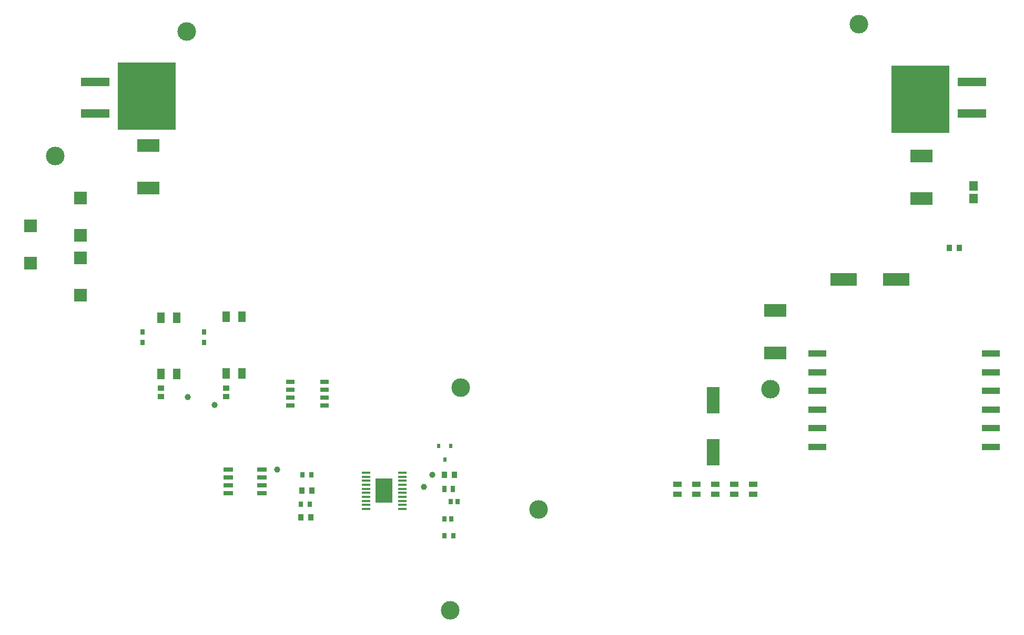
<source format=gbr>
%TF.GenerationSoftware,Altium Limited,Altium Designer,23.6.0 (18)*%
G04 Layer_Color=8421504*
%FSLAX45Y45*%
%MOMM*%
%TF.SameCoordinates,CA757A27-890D-4031-9470-5F8B39CF6935*%
%TF.FilePolarity,Positive*%
%TF.FileFunction,Paste,Top*%
%TF.Part,Single*%
G01*
G75*
%TA.AperFunction,SMDPad,CuDef*%
%ADD10R,2.95000X1.00000*%
%ADD11R,1.45000X0.65000*%
%ADD12R,1.05000X0.90000*%
%ADD13R,4.60000X1.35000*%
%ADD14R,9.40000X10.80000*%
%ADD15R,0.90000X1.00000*%
%ADD16C,1.00000*%
%ADD17C,3.00000*%
%ADD18R,4.25000X2.10000*%
%ADD19R,1.29540X1.65100*%
%ADD20R,1.45000X0.45000*%
%ADD21R,2.74000X3.86000*%
%ADD22R,3.55600X2.03200*%
%ADD23R,1.47000X0.97000*%
%ADD24R,0.60000X0.75000*%
%ADD25R,0.65000X0.90000*%
%ADD26R,0.80000X0.90000*%
%ADD27R,2.00000X2.00000*%
%ADD28R,1.52500X0.65000*%
%ADD29R,1.45000X1.50000*%
%ADD30R,0.78000X0.98000*%
%ADD31R,2.05000X4.30000*%
D10*
X17475697Y5969701D02*
D03*
Y5669702D02*
D03*
Y5369702D02*
D03*
Y5069698D02*
D03*
Y4769698D02*
D03*
Y4469699D02*
D03*
X14680702D02*
D03*
Y4769698D02*
D03*
Y5069698D02*
D03*
Y5369702D02*
D03*
Y5669702D02*
D03*
Y5969701D02*
D03*
D11*
X6754500Y5511800D02*
D03*
Y5384800D02*
D03*
Y5257800D02*
D03*
Y5130800D02*
D03*
X6199500D02*
D03*
Y5257800D02*
D03*
Y5384800D02*
D03*
Y5511800D02*
D03*
D12*
X4114800Y5414201D02*
D03*
Y5279200D02*
D03*
X5168900Y5414196D02*
D03*
Y5279200D02*
D03*
D13*
X17169901Y9842500D02*
D03*
Y10350500D02*
D03*
X3061200Y9842500D02*
D03*
Y10350500D02*
D03*
D14*
X16344901Y10071100D02*
D03*
X3886200Y10121900D02*
D03*
D15*
X16967200Y7670800D02*
D03*
X16807201D02*
D03*
X8683000Y4013200D02*
D03*
X8843000D02*
D03*
X6384300Y3759200D02*
D03*
X6544300D02*
D03*
X6367800Y3327400D02*
D03*
X6527800D02*
D03*
D16*
X4980000Y5140000D02*
D03*
X4550000Y5270000D02*
D03*
X8484050Y4020650D02*
D03*
X8354050Y3820650D02*
D03*
X5990000Y4100000D02*
D03*
D17*
X8775700Y1828800D02*
D03*
X8940000Y5420000D02*
D03*
X4530000Y11160000D02*
D03*
X13930000Y5400000D02*
D03*
X15350000Y11280000D02*
D03*
X10198100Y3454400D02*
D03*
X2413000Y9156700D02*
D03*
D18*
X15951199Y7162800D02*
D03*
X15111200D02*
D03*
D19*
X5168900Y6564630D02*
D03*
X5422900D02*
D03*
Y5652770D02*
D03*
X5168900D02*
D03*
X4114800Y5640070D02*
D03*
X4368800D02*
D03*
Y6551930D02*
D03*
X4114800D02*
D03*
D20*
X8001401Y3466699D02*
D03*
Y3531702D02*
D03*
Y3596701D02*
D03*
Y3661700D02*
D03*
Y3726698D02*
D03*
Y3791702D02*
D03*
Y3856700D02*
D03*
Y3921699D02*
D03*
Y3986698D02*
D03*
Y4051701D02*
D03*
X7416399D02*
D03*
Y3986698D02*
D03*
Y3921699D02*
D03*
Y3856700D02*
D03*
Y3791702D02*
D03*
Y3726698D02*
D03*
Y3661700D02*
D03*
Y3596701D02*
D03*
Y3531702D02*
D03*
Y3466699D02*
D03*
D21*
X7708900Y3759200D02*
D03*
D22*
X16357600Y9156700D02*
D03*
Y8470900D02*
D03*
X14008099Y5981700D02*
D03*
Y6667500D02*
D03*
X3911600Y9321800D02*
D03*
Y8636000D02*
D03*
D23*
X13652499Y3867602D02*
D03*
Y3701598D02*
D03*
X13347701Y3867602D02*
D03*
Y3701598D02*
D03*
X13042900Y3867602D02*
D03*
Y3701598D02*
D03*
X12738100D02*
D03*
Y3867602D02*
D03*
X12433300D02*
D03*
Y3701598D02*
D03*
D24*
X8781801Y4478802D02*
D03*
X8591799D02*
D03*
X8686800Y4258798D02*
D03*
D25*
X8896701Y3581400D02*
D03*
X8781699D02*
D03*
X8795101Y3302000D02*
D03*
X8680099D02*
D03*
X8677802Y3035300D02*
D03*
X8822800D02*
D03*
X6511402Y3543300D02*
D03*
X6366398D02*
D03*
X6536802Y4013200D02*
D03*
X6391798D02*
D03*
D26*
X4813300Y6320699D02*
D03*
Y6150701D02*
D03*
X3822700Y6320699D02*
D03*
Y6150701D02*
D03*
D27*
X2019300Y8026400D02*
D03*
Y7426401D02*
D03*
X2819400Y6913601D02*
D03*
Y7513599D02*
D03*
Y8478799D02*
D03*
Y7878801D02*
D03*
D28*
X5202499Y3721100D02*
D03*
Y3848100D02*
D03*
Y3975100D02*
D03*
Y4102100D02*
D03*
X5744901D02*
D03*
Y3975100D02*
D03*
Y3848100D02*
D03*
Y3721100D02*
D03*
D29*
X17195799Y8470900D02*
D03*
Y8670900D02*
D03*
D30*
X8820302Y3784600D02*
D03*
X8680298D02*
D03*
D31*
X13004800Y5220599D02*
D03*
Y4380601D02*
D03*
%TF.MD5,602555463e2e88e42a492e47278f8f37*%
M02*

</source>
